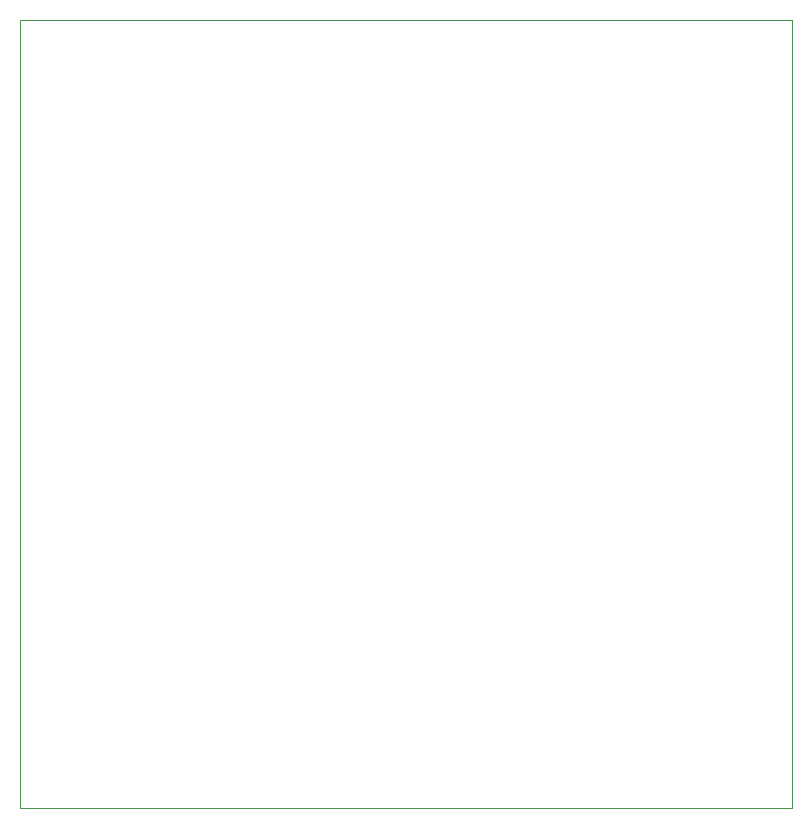
<source format=gm1>
G04 #@! TF.GenerationSoftware,KiCad,Pcbnew,7.0.5*
G04 #@! TF.CreationDate,2023-06-14T13:16:40+10:00*
G04 #@! TF.ProjectId,NUcr,4e556372-2e6b-4696-9361-645f70636258,rev?*
G04 #@! TF.SameCoordinates,Original*
G04 #@! TF.FileFunction,Profile,NP*
%FSLAX46Y46*%
G04 Gerber Fmt 4.6, Leading zero omitted, Abs format (unit mm)*
G04 Created by KiCad (PCBNEW 7.0.5) date 2023-06-14 13:16:40*
%MOMM*%
%LPD*%
G01*
G04 APERTURE LIST*
G04 #@! TA.AperFunction,Profile*
%ADD10C,0.100000*%
G04 #@! TD*
G04 APERTURE END LIST*
D10*
X68580000Y-50165000D02*
X133985000Y-50165000D01*
X133985000Y-116840000D01*
X68580000Y-116840000D01*
X68580000Y-50165000D01*
M02*

</source>
